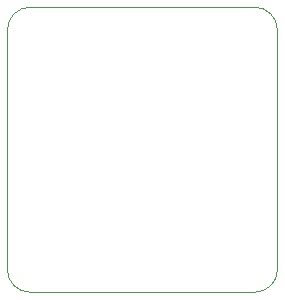
<source format=gbr>
%TF.GenerationSoftware,KiCad,Pcbnew,7.0.8-7.0.8~ubuntu23.04.1*%
%TF.CreationDate,2023-10-19T21:44:51+04:00*%
%TF.ProjectId,async_counter,6173796e-635f-4636-9f75-6e7465722e6b,rev?*%
%TF.SameCoordinates,Original*%
%TF.FileFunction,Profile,NP*%
%FSLAX46Y46*%
G04 Gerber Fmt 4.6, Leading zero omitted, Abs format (unit mm)*
G04 Created by KiCad (PCBNEW 7.0.8-7.0.8~ubuntu23.04.1) date 2023-10-19 21:44:51*
%MOMM*%
%LPD*%
G01*
G04 APERTURE LIST*
%TA.AperFunction,Profile*%
%ADD10C,0.100000*%
%TD*%
G04 APERTURE END LIST*
D10*
X194945000Y-79375000D02*
X175895000Y-79375000D01*
X194945000Y-103505000D02*
G75*
G03*
X196850000Y-101600000I0J1905000D01*
G01*
X196850000Y-81280000D02*
G75*
G03*
X194945000Y-79375000I-1905000J0D01*
G01*
X196850000Y-101600000D02*
X196850000Y-81280000D01*
X173990000Y-81280000D02*
X173990000Y-101600000D01*
X175895000Y-79375000D02*
G75*
G03*
X173990000Y-81280000I0J-1905000D01*
G01*
X173990000Y-101600000D02*
G75*
G03*
X175895000Y-103505000I1905000J0D01*
G01*
X175895000Y-103505000D02*
X194945000Y-103505000D01*
M02*

</source>
